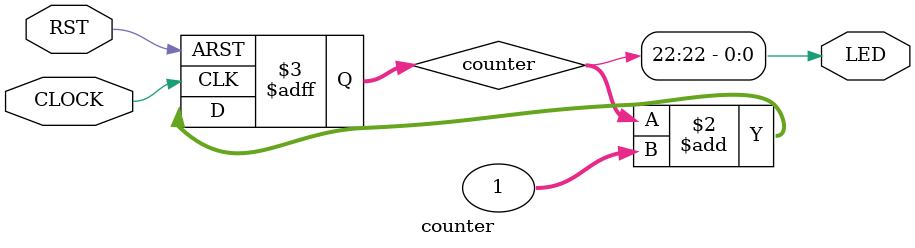
<source format=v>
module counter (

	input CLOCK,
	input RST,
    output LED
    
);

    /* reg */
    reg [32:0] counter;
	
	/* assign */
	assign LED = counter[22];
    
    /* always */
    always @ (posedge CLOCK or posedge RST) begin
    	if (RST) begin
    		counter <= 0;
    	end else begin
    		counter <= counter + 1;
    	end
    end

endmodule
</source>
